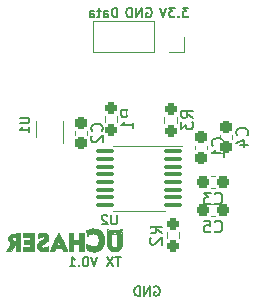
<source format=gbo>
G04 #@! TF.GenerationSoftware,KiCad,Pcbnew,(6.0.2)*
G04 #@! TF.CreationDate,2022-05-11T22:03:01-05:00*
G04 #@! TF.ProjectId,Transmit US,5472616e-736d-4697-9420-55532e6b6963,rev?*
G04 #@! TF.SameCoordinates,Original*
G04 #@! TF.FileFunction,Legend,Bot*
G04 #@! TF.FilePolarity,Positive*
%FSLAX46Y46*%
G04 Gerber Fmt 4.6, Leading zero omitted, Abs format (unit mm)*
G04 Created by KiCad (PCBNEW (6.0.2)) date 2022-05-11 22:03:01*
%MOMM*%
%LPD*%
G01*
G04 APERTURE LIST*
G04 Aperture macros list*
%AMRoundRect*
0 Rectangle with rounded corners*
0 $1 Rounding radius*
0 $2 $3 $4 $5 $6 $7 $8 $9 X,Y pos of 4 corners*
0 Add a 4 corners polygon primitive as box body*
4,1,4,$2,$3,$4,$5,$6,$7,$8,$9,$2,$3,0*
0 Add four circle primitives for the rounded corners*
1,1,$1+$1,$2,$3*
1,1,$1+$1,$4,$5*
1,1,$1+$1,$6,$7*
1,1,$1+$1,$8,$9*
0 Add four rect primitives between the rounded corners*
20,1,$1+$1,$2,$3,$4,$5,0*
20,1,$1+$1,$4,$5,$6,$7,0*
20,1,$1+$1,$6,$7,$8,$9,0*
20,1,$1+$1,$8,$9,$2,$3,0*%
G04 Aperture macros list end*
%ADD10C,0.150000*%
%ADD11C,0.120000*%
%ADD12C,0.010000*%
%ADD13C,2.000000*%
%ADD14C,2.800000*%
%ADD15C,3.200000*%
%ADD16RoundRect,0.237500X0.237500X-0.250000X0.237500X0.250000X-0.237500X0.250000X-0.237500X-0.250000X0*%
%ADD17RoundRect,0.237500X-0.300000X-0.237500X0.300000X-0.237500X0.300000X0.237500X-0.300000X0.237500X0*%
%ADD18RoundRect,0.237500X0.237500X-0.300000X0.237500X0.300000X-0.237500X0.300000X-0.237500X-0.300000X0*%
%ADD19RoundRect,0.100000X0.637500X0.100000X-0.637500X0.100000X-0.637500X-0.100000X0.637500X-0.100000X0*%
%ADD20RoundRect,0.237500X-0.237500X0.250000X-0.237500X-0.250000X0.237500X-0.250000X0.237500X0.250000X0*%
%ADD21R,1.700000X1.700000*%
%ADD22O,1.700000X1.700000*%
%ADD23R,0.400000X1.500000*%
G04 APERTURE END LIST*
D10*
X110161904Y-68861904D02*
X110161904Y-68061904D01*
X109971428Y-68061904D01*
X109857142Y-68100000D01*
X109780952Y-68176190D01*
X109742857Y-68252380D01*
X109704761Y-68404761D01*
X109704761Y-68519047D01*
X109742857Y-68671428D01*
X109780952Y-68747619D01*
X109857142Y-68823809D01*
X109971428Y-68861904D01*
X110161904Y-68861904D01*
X109019047Y-68861904D02*
X109019047Y-68442857D01*
X109057142Y-68366666D01*
X109133333Y-68328571D01*
X109285714Y-68328571D01*
X109361904Y-68366666D01*
X109019047Y-68823809D02*
X109095238Y-68861904D01*
X109285714Y-68861904D01*
X109361904Y-68823809D01*
X109400000Y-68747619D01*
X109400000Y-68671428D01*
X109361904Y-68595238D01*
X109285714Y-68557142D01*
X109095238Y-68557142D01*
X109019047Y-68519047D01*
X108752380Y-68328571D02*
X108447619Y-68328571D01*
X108638095Y-68061904D02*
X108638095Y-68747619D01*
X108600000Y-68823809D01*
X108523809Y-68861904D01*
X108447619Y-68861904D01*
X107838095Y-68861904D02*
X107838095Y-68442857D01*
X107876190Y-68366666D01*
X107952380Y-68328571D01*
X108104761Y-68328571D01*
X108180952Y-68366666D01*
X107838095Y-68823809D02*
X107914285Y-68861904D01*
X108104761Y-68861904D01*
X108180952Y-68823809D01*
X108219047Y-68747619D01*
X108219047Y-68671428D01*
X108180952Y-68595238D01*
X108104761Y-68557142D01*
X107914285Y-68557142D01*
X107838095Y-68519047D01*
X110459523Y-89161904D02*
X110002380Y-89161904D01*
X110230952Y-89961904D02*
X110230952Y-89161904D01*
X109811904Y-89161904D02*
X109278571Y-89961904D01*
X109278571Y-89161904D02*
X109811904Y-89961904D01*
X108478571Y-89161904D02*
X108211904Y-89961904D01*
X107945238Y-89161904D01*
X107526190Y-89161904D02*
X107450000Y-89161904D01*
X107373809Y-89200000D01*
X107335714Y-89238095D01*
X107297619Y-89314285D01*
X107259523Y-89466666D01*
X107259523Y-89657142D01*
X107297619Y-89809523D01*
X107335714Y-89885714D01*
X107373809Y-89923809D01*
X107450000Y-89961904D01*
X107526190Y-89961904D01*
X107602380Y-89923809D01*
X107640476Y-89885714D01*
X107678571Y-89809523D01*
X107716666Y-89657142D01*
X107716666Y-89466666D01*
X107678571Y-89314285D01*
X107640476Y-89238095D01*
X107602380Y-89200000D01*
X107526190Y-89161904D01*
X106916666Y-89885714D02*
X106878571Y-89923809D01*
X106916666Y-89961904D01*
X106954761Y-89923809D01*
X106916666Y-89885714D01*
X106916666Y-89961904D01*
X106116666Y-89961904D02*
X106573809Y-89961904D01*
X106345238Y-89961904D02*
X106345238Y-89161904D01*
X106421428Y-89276190D01*
X106497619Y-89352380D01*
X106573809Y-89390476D01*
X113284523Y-91695000D02*
X113360714Y-91656904D01*
X113475000Y-91656904D01*
X113589285Y-91695000D01*
X113665476Y-91771190D01*
X113703571Y-91847380D01*
X113741666Y-91999761D01*
X113741666Y-92114047D01*
X113703571Y-92266428D01*
X113665476Y-92342619D01*
X113589285Y-92418809D01*
X113475000Y-92456904D01*
X113398809Y-92456904D01*
X113284523Y-92418809D01*
X113246428Y-92380714D01*
X113246428Y-92114047D01*
X113398809Y-92114047D01*
X112903571Y-92456904D02*
X112903571Y-91656904D01*
X112446428Y-92456904D01*
X112446428Y-91656904D01*
X112065476Y-92456904D02*
X112065476Y-91656904D01*
X111875000Y-91656904D01*
X111760714Y-91695000D01*
X111684523Y-91771190D01*
X111646428Y-91847380D01*
X111608333Y-91999761D01*
X111608333Y-92114047D01*
X111646428Y-92266428D01*
X111684523Y-92342619D01*
X111760714Y-92418809D01*
X111875000Y-92456904D01*
X112065476Y-92456904D01*
X112609523Y-68100000D02*
X112685714Y-68061904D01*
X112800000Y-68061904D01*
X112914285Y-68100000D01*
X112990476Y-68176190D01*
X113028571Y-68252380D01*
X113066666Y-68404761D01*
X113066666Y-68519047D01*
X113028571Y-68671428D01*
X112990476Y-68747619D01*
X112914285Y-68823809D01*
X112800000Y-68861904D01*
X112723809Y-68861904D01*
X112609523Y-68823809D01*
X112571428Y-68785714D01*
X112571428Y-68519047D01*
X112723809Y-68519047D01*
X112228571Y-68861904D02*
X112228571Y-68061904D01*
X111771428Y-68861904D01*
X111771428Y-68061904D01*
X111390476Y-68861904D02*
X111390476Y-68061904D01*
X111200000Y-68061904D01*
X111085714Y-68100000D01*
X111009523Y-68176190D01*
X110971428Y-68252380D01*
X110933333Y-68404761D01*
X110933333Y-68519047D01*
X110971428Y-68671428D01*
X111009523Y-68747619D01*
X111085714Y-68823809D01*
X111200000Y-68861904D01*
X111390476Y-68861904D01*
X116180952Y-68061904D02*
X115685714Y-68061904D01*
X115952380Y-68366666D01*
X115838095Y-68366666D01*
X115761904Y-68404761D01*
X115723809Y-68442857D01*
X115685714Y-68519047D01*
X115685714Y-68709523D01*
X115723809Y-68785714D01*
X115761904Y-68823809D01*
X115838095Y-68861904D01*
X116066666Y-68861904D01*
X116142857Y-68823809D01*
X116180952Y-68785714D01*
X115342857Y-68785714D02*
X115304761Y-68823809D01*
X115342857Y-68861904D01*
X115380952Y-68823809D01*
X115342857Y-68785714D01*
X115342857Y-68861904D01*
X115038095Y-68061904D02*
X114542857Y-68061904D01*
X114809523Y-68366666D01*
X114695238Y-68366666D01*
X114619047Y-68404761D01*
X114580952Y-68442857D01*
X114542857Y-68519047D01*
X114542857Y-68709523D01*
X114580952Y-68785714D01*
X114619047Y-68823809D01*
X114695238Y-68861904D01*
X114923809Y-68861904D01*
X115000000Y-68823809D01*
X115038095Y-68785714D01*
X114314285Y-68061904D02*
X114047619Y-68861904D01*
X113780952Y-68061904D01*
G04 #@! TO.C,R1*
X111482380Y-77333333D02*
X111006190Y-77000000D01*
X111482380Y-76761904D02*
X110482380Y-76761904D01*
X110482380Y-77142857D01*
X110530000Y-77238095D01*
X110577619Y-77285714D01*
X110672857Y-77333333D01*
X110815714Y-77333333D01*
X110910952Y-77285714D01*
X110958571Y-77238095D01*
X111006190Y-77142857D01*
X111006190Y-76761904D01*
X111482380Y-78285714D02*
X111482380Y-77714285D01*
X111482380Y-78000000D02*
X110482380Y-78000000D01*
X110625238Y-77904761D01*
X110720476Y-77809523D01*
X110768095Y-77714285D01*
G04 #@! TO.C,R3*
X116557380Y-77383333D02*
X116081190Y-77050000D01*
X116557380Y-76811904D02*
X115557380Y-76811904D01*
X115557380Y-77192857D01*
X115605000Y-77288095D01*
X115652619Y-77335714D01*
X115747857Y-77383333D01*
X115890714Y-77383333D01*
X115985952Y-77335714D01*
X116033571Y-77288095D01*
X116081190Y-77192857D01*
X116081190Y-76811904D01*
X115557380Y-77716666D02*
X115557380Y-78335714D01*
X115938333Y-78002380D01*
X115938333Y-78145238D01*
X115985952Y-78240476D01*
X116033571Y-78288095D01*
X116128809Y-78335714D01*
X116366904Y-78335714D01*
X116462142Y-78288095D01*
X116509761Y-78240476D01*
X116557380Y-78145238D01*
X116557380Y-77859523D01*
X116509761Y-77764285D01*
X116462142Y-77716666D01*
G04 #@! TO.C,C3*
X118416666Y-84612142D02*
X118464285Y-84659761D01*
X118607142Y-84707380D01*
X118702380Y-84707380D01*
X118845238Y-84659761D01*
X118940476Y-84564523D01*
X118988095Y-84469285D01*
X119035714Y-84278809D01*
X119035714Y-84135952D01*
X118988095Y-83945476D01*
X118940476Y-83850238D01*
X118845238Y-83755000D01*
X118702380Y-83707380D01*
X118607142Y-83707380D01*
X118464285Y-83755000D01*
X118416666Y-83802619D01*
X118083333Y-83707380D02*
X117464285Y-83707380D01*
X117797619Y-84088333D01*
X117654761Y-84088333D01*
X117559523Y-84135952D01*
X117511904Y-84183571D01*
X117464285Y-84278809D01*
X117464285Y-84516904D01*
X117511904Y-84612142D01*
X117559523Y-84659761D01*
X117654761Y-84707380D01*
X117940476Y-84707380D01*
X118035714Y-84659761D01*
X118083333Y-84612142D01*
G04 #@! TO.C,C4*
X121137142Y-78858333D02*
X121184761Y-78810714D01*
X121232380Y-78667857D01*
X121232380Y-78572619D01*
X121184761Y-78429761D01*
X121089523Y-78334523D01*
X120994285Y-78286904D01*
X120803809Y-78239285D01*
X120660952Y-78239285D01*
X120470476Y-78286904D01*
X120375238Y-78334523D01*
X120280000Y-78429761D01*
X120232380Y-78572619D01*
X120232380Y-78667857D01*
X120280000Y-78810714D01*
X120327619Y-78858333D01*
X120565714Y-79715476D02*
X121232380Y-79715476D01*
X120184761Y-79477380D02*
X120899047Y-79239285D01*
X120899047Y-79858333D01*
G04 #@! TO.C,C5*
X118416666Y-86987142D02*
X118464285Y-87034761D01*
X118607142Y-87082380D01*
X118702380Y-87082380D01*
X118845238Y-87034761D01*
X118940476Y-86939523D01*
X118988095Y-86844285D01*
X119035714Y-86653809D01*
X119035714Y-86510952D01*
X118988095Y-86320476D01*
X118940476Y-86225238D01*
X118845238Y-86130000D01*
X118702380Y-86082380D01*
X118607142Y-86082380D01*
X118464285Y-86130000D01*
X118416666Y-86177619D01*
X117511904Y-86082380D02*
X117988095Y-86082380D01*
X118035714Y-86558571D01*
X117988095Y-86510952D01*
X117892857Y-86463333D01*
X117654761Y-86463333D01*
X117559523Y-86510952D01*
X117511904Y-86558571D01*
X117464285Y-86653809D01*
X117464285Y-86891904D01*
X117511904Y-86987142D01*
X117559523Y-87034761D01*
X117654761Y-87082380D01*
X117892857Y-87082380D01*
X117988095Y-87034761D01*
X118035714Y-86987142D01*
G04 #@! TO.C,C1*
X119062142Y-79733333D02*
X119109761Y-79685714D01*
X119157380Y-79542857D01*
X119157380Y-79447619D01*
X119109761Y-79304761D01*
X119014523Y-79209523D01*
X118919285Y-79161904D01*
X118728809Y-79114285D01*
X118585952Y-79114285D01*
X118395476Y-79161904D01*
X118300238Y-79209523D01*
X118205000Y-79304761D01*
X118157380Y-79447619D01*
X118157380Y-79542857D01*
X118205000Y-79685714D01*
X118252619Y-79733333D01*
X119157380Y-80685714D02*
X119157380Y-80114285D01*
X119157380Y-80400000D02*
X118157380Y-80400000D01*
X118300238Y-80304761D01*
X118395476Y-80209523D01*
X118443095Y-80114285D01*
G04 #@! TO.C,C2*
X108857142Y-78503333D02*
X108904761Y-78455714D01*
X108952380Y-78312857D01*
X108952380Y-78217619D01*
X108904761Y-78074761D01*
X108809523Y-77979523D01*
X108714285Y-77931904D01*
X108523809Y-77884285D01*
X108380952Y-77884285D01*
X108190476Y-77931904D01*
X108095238Y-77979523D01*
X108000000Y-78074761D01*
X107952380Y-78217619D01*
X107952380Y-78312857D01*
X108000000Y-78455714D01*
X108047619Y-78503333D01*
X108047619Y-78884285D02*
X108000000Y-78931904D01*
X107952380Y-79027142D01*
X107952380Y-79265238D01*
X108000000Y-79360476D01*
X108047619Y-79408095D01*
X108142857Y-79455714D01*
X108238095Y-79455714D01*
X108380952Y-79408095D01*
X108952380Y-78836666D01*
X108952380Y-79455714D01*
G04 #@! TO.C,U2*
X110099523Y-85611904D02*
X110099523Y-86259523D01*
X110061428Y-86335714D01*
X110023333Y-86373809D01*
X109947142Y-86411904D01*
X109794761Y-86411904D01*
X109718571Y-86373809D01*
X109680476Y-86335714D01*
X109642380Y-86259523D01*
X109642380Y-85611904D01*
X109299523Y-85688095D02*
X109261428Y-85650000D01*
X109185238Y-85611904D01*
X108994761Y-85611904D01*
X108918571Y-85650000D01*
X108880476Y-85688095D01*
X108842380Y-85764285D01*
X108842380Y-85840476D01*
X108880476Y-85954761D01*
X109337619Y-86411904D01*
X108842380Y-86411904D01*
G04 #@! TO.C,R2*
X113922380Y-87158333D02*
X113446190Y-86825000D01*
X113922380Y-86586904D02*
X112922380Y-86586904D01*
X112922380Y-86967857D01*
X112970000Y-87063095D01*
X113017619Y-87110714D01*
X113112857Y-87158333D01*
X113255714Y-87158333D01*
X113350952Y-87110714D01*
X113398571Y-87063095D01*
X113446190Y-86967857D01*
X113446190Y-86586904D01*
X113017619Y-87539285D02*
X112970000Y-87586904D01*
X112922380Y-87682142D01*
X112922380Y-87920238D01*
X112970000Y-88015476D01*
X113017619Y-88063095D01*
X113112857Y-88110714D01*
X113208095Y-88110714D01*
X113350952Y-88063095D01*
X113922380Y-87491666D01*
X113922380Y-88110714D01*
G04 #@! TO.C,U1*
X101886904Y-77365476D02*
X102534523Y-77365476D01*
X102610714Y-77403571D01*
X102648809Y-77441666D01*
X102686904Y-77517857D01*
X102686904Y-77670238D01*
X102648809Y-77746428D01*
X102610714Y-77784523D01*
X102534523Y-77822619D01*
X101886904Y-77822619D01*
X102686904Y-78622619D02*
X102686904Y-78165476D01*
X102686904Y-78394047D02*
X101886904Y-78394047D01*
X102001190Y-78317857D01*
X102077380Y-78241666D01*
X102115476Y-78165476D01*
D11*
G04 #@! TO.C,R1*
X109077500Y-77754724D02*
X109077500Y-77245276D01*
X110122500Y-77754724D02*
X110122500Y-77245276D01*
G04 #@! TO.C,R3*
X115197500Y-77804724D02*
X115197500Y-77295276D01*
X114152500Y-77804724D02*
X114152500Y-77295276D01*
G04 #@! TO.C,C3*
X118103733Y-83335000D02*
X118396267Y-83335000D01*
X118103733Y-82315000D02*
X118396267Y-82315000D01*
G04 #@! TO.C,C4*
X119860000Y-79171267D02*
X119860000Y-78878733D01*
X118840000Y-79171267D02*
X118840000Y-78878733D01*
G04 #@! TO.C,C5*
X118103733Y-85710000D02*
X118396267Y-85710000D01*
X118103733Y-84690000D02*
X118396267Y-84690000D01*
G04 #@! TO.C,C1*
X117785000Y-80046267D02*
X117785000Y-79753733D01*
X116765000Y-80046267D02*
X116765000Y-79753733D01*
G04 #@! TO.C,C2*
X106560000Y-78816267D02*
X106560000Y-78523733D01*
X107580000Y-78816267D02*
X107580000Y-78523733D01*
G04 #@! TO.C,U2*
X112000000Y-85235000D02*
X114200000Y-85235000D01*
X112000000Y-85235000D02*
X109800000Y-85235000D01*
X112000000Y-79765000D02*
X109800000Y-79765000D01*
X112000000Y-79765000D02*
X115600000Y-79765000D01*
G04 #@! TO.C,R2*
X115422500Y-87070276D02*
X115422500Y-87579724D01*
X114377500Y-87070276D02*
X114377500Y-87579724D01*
G04 #@! TO.C,J1*
X114500000Y-71830000D02*
X115830000Y-71830000D01*
X113230000Y-69170000D02*
X108090000Y-69170000D01*
X115830000Y-71830000D02*
X115830000Y-70500000D01*
X113230000Y-71830000D02*
X108090000Y-71830000D01*
X108090000Y-71830000D02*
X108090000Y-69170000D01*
X113230000Y-71830000D02*
X113230000Y-69170000D01*
G04 #@! TO.C,U1*
X103270000Y-79020000D02*
X103270000Y-77620000D01*
X105590000Y-77620000D02*
X105590000Y-79520000D01*
D12*
G04 #@! TO.C,Ref\u002A\u002A*
X109281131Y-86763997D02*
X109277983Y-86778543D01*
X109277983Y-86778543D02*
X109277975Y-86780104D01*
X109277975Y-86780104D02*
X109296772Y-86804127D01*
X109296772Y-86804127D02*
X109346838Y-86835340D01*
X109346838Y-86835340D02*
X109418686Y-86869481D01*
X109418686Y-86869481D02*
X109502831Y-86902290D01*
X109502831Y-86902290D02*
X109589785Y-86929506D01*
X109589785Y-86929506D02*
X109635035Y-86940476D01*
X109635035Y-86940476D02*
X109818627Y-86964637D01*
X109818627Y-86964637D02*
X110012774Y-86964715D01*
X110012774Y-86964715D02*
X110195044Y-86940735D01*
X110195044Y-86940735D02*
X110199129Y-86939855D01*
X110199129Y-86939855D02*
X110347849Y-86899048D01*
X110347849Y-86899048D02*
X110464686Y-86849067D01*
X110464686Y-86849067D02*
X110516192Y-86816201D01*
X110516192Y-86816201D02*
X110545052Y-86785044D01*
X110545052Y-86785044D02*
X110540147Y-86768937D01*
X110540147Y-86768937D02*
X110508979Y-86773491D01*
X110508979Y-86773491D02*
X110479888Y-86789062D01*
X110479888Y-86789062D02*
X110385979Y-86836140D01*
X110385979Y-86836140D02*
X110263258Y-86876592D01*
X110263258Y-86876592D02*
X110125144Y-86906727D01*
X110125144Y-86906727D02*
X109995861Y-86922177D01*
X109995861Y-86922177D02*
X109814565Y-86921015D01*
X109814565Y-86921015D02*
X109635987Y-86895202D01*
X109635987Y-86895202D02*
X109473952Y-86847293D01*
X109473952Y-86847293D02*
X109394024Y-86810934D01*
X109394024Y-86810934D02*
X109330637Y-86777930D01*
X109330637Y-86777930D02*
X109295844Y-86763038D01*
X109295844Y-86763038D02*
X109281131Y-86763997D01*
X109281131Y-86763997D02*
X109281131Y-86763997D01*
G36*
X109330637Y-86777930D02*
G01*
X109394024Y-86810934D01*
X109473952Y-86847293D01*
X109635987Y-86895202D01*
X109814565Y-86921015D01*
X109995861Y-86922177D01*
X110125144Y-86906727D01*
X110263258Y-86876592D01*
X110385979Y-86836140D01*
X110479888Y-86789062D01*
X110508979Y-86773491D01*
X110540147Y-86768937D01*
X110545052Y-86785044D01*
X110516192Y-86816201D01*
X110464686Y-86849067D01*
X110347849Y-86899048D01*
X110199129Y-86939855D01*
X110195044Y-86940735D01*
X110012774Y-86964715D01*
X109818627Y-86964637D01*
X109635035Y-86940476D01*
X109589785Y-86929506D01*
X109502831Y-86902290D01*
X109418686Y-86869481D01*
X109346838Y-86835340D01*
X109296772Y-86804127D01*
X109277975Y-86780104D01*
X109277983Y-86778543D01*
X109281131Y-86763997D01*
X109295844Y-86763038D01*
X109330637Y-86777930D01*
G37*
X109330637Y-86777930D02*
X109394024Y-86810934D01*
X109473952Y-86847293D01*
X109635987Y-86895202D01*
X109814565Y-86921015D01*
X109995861Y-86922177D01*
X110125144Y-86906727D01*
X110263258Y-86876592D01*
X110385979Y-86836140D01*
X110479888Y-86789062D01*
X110508979Y-86773491D01*
X110540147Y-86768937D01*
X110545052Y-86785044D01*
X110516192Y-86816201D01*
X110464686Y-86849067D01*
X110347849Y-86899048D01*
X110199129Y-86939855D01*
X110195044Y-86940735D01*
X110012774Y-86964715D01*
X109818627Y-86964637D01*
X109635035Y-86940476D01*
X109589785Y-86929506D01*
X109502831Y-86902290D01*
X109418686Y-86869481D01*
X109346838Y-86835340D01*
X109296772Y-86804127D01*
X109277975Y-86780104D01*
X109277983Y-86778543D01*
X109281131Y-86763997D01*
X109295844Y-86763038D01*
X109330637Y-86777930D01*
X105163687Y-87137414D02*
X105135264Y-87188979D01*
X105135264Y-87188979D02*
X105093484Y-87268878D01*
X105093484Y-87268878D02*
X105040766Y-87372168D01*
X105040766Y-87372168D02*
X104979532Y-87493905D01*
X104979532Y-87493905D02*
X104912202Y-87629146D01*
X104912202Y-87629146D02*
X104841197Y-87772948D01*
X104841197Y-87772948D02*
X104768939Y-87920366D01*
X104768939Y-87920366D02*
X104697848Y-88066458D01*
X104697848Y-88066458D02*
X104630346Y-88206281D01*
X104630346Y-88206281D02*
X104568852Y-88334889D01*
X104568852Y-88334889D02*
X104515788Y-88447341D01*
X104515788Y-88447341D02*
X104473575Y-88538693D01*
X104473575Y-88538693D02*
X104444634Y-88604000D01*
X104444634Y-88604000D02*
X104431385Y-88638320D01*
X104431385Y-88638320D02*
X104430809Y-88641476D01*
X104430809Y-88641476D02*
X104451377Y-88653536D01*
X104451377Y-88653536D02*
X104511064Y-88661255D01*
X104511064Y-88661255D02*
X104606841Y-88664266D01*
X104606841Y-88664266D02*
X104618850Y-88664294D01*
X104618850Y-88664294D02*
X104806892Y-88664294D01*
X104806892Y-88664294D02*
X104854142Y-88547878D01*
X104854142Y-88547878D02*
X104901392Y-88431461D01*
X104901392Y-88431461D02*
X105470318Y-88431461D01*
X105470318Y-88431461D02*
X105523615Y-88547878D01*
X105523615Y-88547878D02*
X105576912Y-88664294D01*
X105576912Y-88664294D02*
X105755277Y-88664294D01*
X105755277Y-88664294D02*
X105836192Y-88662150D01*
X105836192Y-88662150D02*
X105897945Y-88656433D01*
X105897945Y-88656433D02*
X105930777Y-88648213D01*
X105930777Y-88648213D02*
X105933642Y-88644720D01*
X105933642Y-88644720D02*
X105924590Y-88619428D01*
X105924590Y-88619428D02*
X105899059Y-88561928D01*
X105899059Y-88561928D02*
X105859492Y-88477138D01*
X105859492Y-88477138D02*
X105808328Y-88369974D01*
X105808328Y-88369974D02*
X105748010Y-88245354D01*
X105748010Y-88245354D02*
X105701899Y-88151003D01*
X105701899Y-88151003D02*
X105356301Y-88151003D01*
X105356301Y-88151003D02*
X105350496Y-88164788D01*
X105350496Y-88164788D02*
X105316295Y-88173146D01*
X105316295Y-88173146D02*
X105248267Y-88176969D01*
X105248267Y-88176969D02*
X105195073Y-88177461D01*
X105195073Y-88177461D02*
X105115857Y-88175747D01*
X105115857Y-88175747D02*
X105055997Y-88171188D01*
X105055997Y-88171188D02*
X105025442Y-88164659D01*
X105025442Y-88164659D02*
X105023475Y-88162383D01*
X105023475Y-88162383D02*
X105031233Y-88134095D01*
X105031233Y-88134095D02*
X105051566Y-88079902D01*
X105051566Y-88079902D02*
X105080062Y-88010025D01*
X105080062Y-88010025D02*
X105112310Y-87934686D01*
X105112310Y-87934686D02*
X105143898Y-87864106D01*
X105143898Y-87864106D02*
X105170414Y-87808508D01*
X105170414Y-87808508D02*
X105187447Y-87778111D01*
X105187447Y-87778111D02*
X105190541Y-87775294D01*
X105190541Y-87775294D02*
X105203731Y-87794092D01*
X105203731Y-87794092D02*
X105229337Y-87846529D01*
X105229337Y-87846529D02*
X105264741Y-87926672D01*
X105264741Y-87926672D02*
X105307325Y-88028586D01*
X105307325Y-88028586D02*
X105354471Y-88146336D01*
X105354471Y-88146336D02*
X105356301Y-88151003D01*
X105356301Y-88151003D02*
X105701899Y-88151003D01*
X105701899Y-88151003D02*
X105680977Y-88108195D01*
X105680977Y-88108195D02*
X105609670Y-87963414D01*
X105609670Y-87963414D02*
X105536531Y-87815928D01*
X105536531Y-87815928D02*
X105464000Y-87670655D01*
X105464000Y-87670655D02*
X105394519Y-87532511D01*
X105394519Y-87532511D02*
X105330527Y-87406413D01*
X105330527Y-87406413D02*
X105274467Y-87297279D01*
X105274467Y-87297279D02*
X105228778Y-87210026D01*
X105228778Y-87210026D02*
X105195903Y-87149570D01*
X105195903Y-87149570D02*
X105178280Y-87120830D01*
X105178280Y-87120830D02*
X105176330Y-87119128D01*
X105176330Y-87119128D02*
X105163687Y-87137414D01*
X105163687Y-87137414D02*
X105163687Y-87137414D01*
G36*
X105808328Y-88369974D02*
G01*
X105859492Y-88477138D01*
X105899059Y-88561928D01*
X105924590Y-88619428D01*
X105933642Y-88644720D01*
X105930777Y-88648213D01*
X105897945Y-88656433D01*
X105836192Y-88662150D01*
X105755277Y-88664294D01*
X105576912Y-88664294D01*
X105523615Y-88547878D01*
X105470318Y-88431461D01*
X104901392Y-88431461D01*
X104854142Y-88547878D01*
X104806892Y-88664294D01*
X104618850Y-88664294D01*
X104606841Y-88664266D01*
X104511064Y-88661255D01*
X104451377Y-88653536D01*
X104430809Y-88641476D01*
X104431385Y-88638320D01*
X104444634Y-88604000D01*
X104473575Y-88538693D01*
X104515788Y-88447341D01*
X104568852Y-88334889D01*
X104630346Y-88206281D01*
X104651539Y-88162383D01*
X105023475Y-88162383D01*
X105025442Y-88164659D01*
X105055997Y-88171188D01*
X105115857Y-88175747D01*
X105195073Y-88177461D01*
X105248267Y-88176969D01*
X105316295Y-88173146D01*
X105350496Y-88164788D01*
X105356301Y-88151003D01*
X105354471Y-88146336D01*
X105307325Y-88028586D01*
X105264741Y-87926672D01*
X105229337Y-87846529D01*
X105203731Y-87794092D01*
X105190541Y-87775294D01*
X105187447Y-87778111D01*
X105170414Y-87808508D01*
X105143898Y-87864106D01*
X105112310Y-87934686D01*
X105080062Y-88010025D01*
X105051566Y-88079902D01*
X105031233Y-88134095D01*
X105023475Y-88162383D01*
X104651539Y-88162383D01*
X104697848Y-88066458D01*
X104768939Y-87920366D01*
X104841197Y-87772948D01*
X104912202Y-87629146D01*
X104979532Y-87493905D01*
X105040766Y-87372168D01*
X105093484Y-87268878D01*
X105135264Y-87188979D01*
X105163687Y-87137414D01*
X105176330Y-87119128D01*
X105178280Y-87120830D01*
X105195903Y-87149570D01*
X105228778Y-87210026D01*
X105274467Y-87297279D01*
X105330527Y-87406413D01*
X105394519Y-87532511D01*
X105464000Y-87670655D01*
X105536531Y-87815928D01*
X105609670Y-87963414D01*
X105680977Y-88108195D01*
X105701899Y-88151003D01*
X105748010Y-88245354D01*
X105808328Y-88369974D01*
G37*
X105808328Y-88369974D02*
X105859492Y-88477138D01*
X105899059Y-88561928D01*
X105924590Y-88619428D01*
X105933642Y-88644720D01*
X105930777Y-88648213D01*
X105897945Y-88656433D01*
X105836192Y-88662150D01*
X105755277Y-88664294D01*
X105576912Y-88664294D01*
X105523615Y-88547878D01*
X105470318Y-88431461D01*
X104901392Y-88431461D01*
X104854142Y-88547878D01*
X104806892Y-88664294D01*
X104618850Y-88664294D01*
X104606841Y-88664266D01*
X104511064Y-88661255D01*
X104451377Y-88653536D01*
X104430809Y-88641476D01*
X104431385Y-88638320D01*
X104444634Y-88604000D01*
X104473575Y-88538693D01*
X104515788Y-88447341D01*
X104568852Y-88334889D01*
X104630346Y-88206281D01*
X104651539Y-88162383D01*
X105023475Y-88162383D01*
X105025442Y-88164659D01*
X105055997Y-88171188D01*
X105115857Y-88175747D01*
X105195073Y-88177461D01*
X105248267Y-88176969D01*
X105316295Y-88173146D01*
X105350496Y-88164788D01*
X105356301Y-88151003D01*
X105354471Y-88146336D01*
X105307325Y-88028586D01*
X105264741Y-87926672D01*
X105229337Y-87846529D01*
X105203731Y-87794092D01*
X105190541Y-87775294D01*
X105187447Y-87778111D01*
X105170414Y-87808508D01*
X105143898Y-87864106D01*
X105112310Y-87934686D01*
X105080062Y-88010025D01*
X105051566Y-88079902D01*
X105031233Y-88134095D01*
X105023475Y-88162383D01*
X104651539Y-88162383D01*
X104697848Y-88066458D01*
X104768939Y-87920366D01*
X104841197Y-87772948D01*
X104912202Y-87629146D01*
X104979532Y-87493905D01*
X105040766Y-87372168D01*
X105093484Y-87268878D01*
X105135264Y-87188979D01*
X105163687Y-87137414D01*
X105176330Y-87119128D01*
X105178280Y-87120830D01*
X105195903Y-87149570D01*
X105228778Y-87210026D01*
X105274467Y-87297279D01*
X105330527Y-87406413D01*
X105394519Y-87532511D01*
X105464000Y-87670655D01*
X105536531Y-87815928D01*
X105609670Y-87963414D01*
X105680977Y-88108195D01*
X105701899Y-88151003D01*
X105748010Y-88245354D01*
X105808328Y-88369974D01*
X110449542Y-87194106D02*
X110366332Y-87219325D01*
X110366332Y-87219325D02*
X110281434Y-87244119D01*
X110281434Y-87244119D02*
X110256934Y-87251035D01*
X110256934Y-87251035D02*
X110166975Y-87276074D01*
X110166975Y-87276074D02*
X110166943Y-87710893D01*
X110166943Y-87710893D02*
X110166051Y-87879237D01*
X110166051Y-87879237D02*
X110162496Y-88010769D01*
X110162496Y-88010769D02*
X110154913Y-88110990D01*
X110154913Y-88110990D02*
X110141937Y-88185399D01*
X110141937Y-88185399D02*
X110122204Y-88239497D01*
X110122204Y-88239497D02*
X110094349Y-88278786D01*
X110094349Y-88278786D02*
X110057008Y-88308766D01*
X110057008Y-88308766D02*
X110012597Y-88333102D01*
X110012597Y-88333102D02*
X109914943Y-88359920D01*
X109914943Y-88359920D02*
X109820476Y-88348648D01*
X109820476Y-88348648D02*
X109737155Y-88303263D01*
X109737155Y-88303263D02*
X109672938Y-88227738D01*
X109672938Y-88227738D02*
X109640396Y-88147217D01*
X109640396Y-88147217D02*
X109632485Y-88094346D01*
X109632485Y-88094346D02*
X109625733Y-88007835D01*
X109625733Y-88007835D02*
X109620570Y-87896369D01*
X109620570Y-87896369D02*
X109617423Y-87768636D01*
X109617423Y-87768636D02*
X109616642Y-87665261D01*
X109616642Y-87665261D02*
X109616642Y-87277640D01*
X109616642Y-87277640D02*
X109457892Y-87220545D01*
X109457892Y-87220545D02*
X109299142Y-87163449D01*
X109299142Y-87163449D02*
X109299142Y-87678607D01*
X109299142Y-87678607D02*
X109299952Y-87866828D01*
X109299952Y-87866828D02*
X109303076Y-88018441D01*
X109303076Y-88018441D02*
X109309559Y-88139153D01*
X109309559Y-88139153D02*
X109320444Y-88234671D01*
X109320444Y-88234671D02*
X109336776Y-88310702D01*
X109336776Y-88310702D02*
X109359599Y-88372952D01*
X109359599Y-88372952D02*
X109389956Y-88427127D01*
X109389956Y-88427127D02*
X109428892Y-88478936D01*
X109428892Y-88478936D02*
X109450070Y-88503657D01*
X109450070Y-88503657D02*
X109559575Y-88596755D01*
X109559575Y-88596755D02*
X109695040Y-88659613D01*
X109695040Y-88659613D02*
X109851282Y-88690670D01*
X109851282Y-88690670D02*
X110023119Y-88688362D01*
X110023119Y-88688362D02*
X110051005Y-88684891D01*
X110051005Y-88684891D02*
X110200479Y-88644383D01*
X110200479Y-88644383D02*
X110327086Y-88569103D01*
X110327086Y-88569103D02*
X110427538Y-88461687D01*
X110427538Y-88461687D02*
X110497795Y-88326813D01*
X110497795Y-88326813D02*
X110509518Y-88287717D01*
X110509518Y-88287717D02*
X110518883Y-88237244D01*
X110518883Y-88237244D02*
X110526283Y-88169899D01*
X110526283Y-88169899D02*
X110532109Y-88080187D01*
X110532109Y-88080187D02*
X110536755Y-87962613D01*
X110536755Y-87962613D02*
X110540612Y-87811682D01*
X110540612Y-87811682D02*
X110542826Y-87696297D01*
X110542826Y-87696297D02*
X110552191Y-87162217D01*
X110552191Y-87162217D02*
X110449542Y-87194106D01*
X110449542Y-87194106D02*
X110449542Y-87194106D01*
G36*
X110542826Y-87696297D02*
G01*
X110540612Y-87811682D01*
X110536755Y-87962613D01*
X110532109Y-88080187D01*
X110526283Y-88169899D01*
X110518883Y-88237244D01*
X110509518Y-88287717D01*
X110497795Y-88326813D01*
X110427538Y-88461687D01*
X110327086Y-88569103D01*
X110200479Y-88644383D01*
X110051005Y-88684891D01*
X110023119Y-88688362D01*
X109851282Y-88690670D01*
X109695040Y-88659613D01*
X109559575Y-88596755D01*
X109450070Y-88503657D01*
X109428892Y-88478936D01*
X109389956Y-88427127D01*
X109359599Y-88372952D01*
X109336776Y-88310702D01*
X109320444Y-88234671D01*
X109309559Y-88139153D01*
X109303076Y-88018441D01*
X109299952Y-87866828D01*
X109299142Y-87678607D01*
X109299142Y-87163449D01*
X109457892Y-87220545D01*
X109616642Y-87277640D01*
X109616642Y-87665261D01*
X109617423Y-87768636D01*
X109620570Y-87896369D01*
X109625733Y-88007835D01*
X109632485Y-88094346D01*
X109640396Y-88147217D01*
X109672938Y-88227738D01*
X109737155Y-88303263D01*
X109820476Y-88348648D01*
X109914943Y-88359920D01*
X110012597Y-88333102D01*
X110057008Y-88308766D01*
X110094349Y-88278786D01*
X110122204Y-88239497D01*
X110141937Y-88185399D01*
X110154913Y-88110990D01*
X110162496Y-88010769D01*
X110166051Y-87879237D01*
X110166943Y-87710893D01*
X110166975Y-87276074D01*
X110256934Y-87251035D01*
X110281434Y-87244119D01*
X110366332Y-87219325D01*
X110449542Y-87194106D01*
X110552191Y-87162217D01*
X110542826Y-87696297D01*
G37*
X110542826Y-87696297D02*
X110540612Y-87811682D01*
X110536755Y-87962613D01*
X110532109Y-88080187D01*
X110526283Y-88169899D01*
X110518883Y-88237244D01*
X110509518Y-88287717D01*
X110497795Y-88326813D01*
X110427538Y-88461687D01*
X110327086Y-88569103D01*
X110200479Y-88644383D01*
X110051005Y-88684891D01*
X110023119Y-88688362D01*
X109851282Y-88690670D01*
X109695040Y-88659613D01*
X109559575Y-88596755D01*
X109450070Y-88503657D01*
X109428892Y-88478936D01*
X109389956Y-88427127D01*
X109359599Y-88372952D01*
X109336776Y-88310702D01*
X109320444Y-88234671D01*
X109309559Y-88139153D01*
X109303076Y-88018441D01*
X109299952Y-87866828D01*
X109299142Y-87678607D01*
X109299142Y-87163449D01*
X109457892Y-87220545D01*
X109616642Y-87277640D01*
X109616642Y-87665261D01*
X109617423Y-87768636D01*
X109620570Y-87896369D01*
X109625733Y-88007835D01*
X109632485Y-88094346D01*
X109640396Y-88147217D01*
X109672938Y-88227738D01*
X109737155Y-88303263D01*
X109820476Y-88348648D01*
X109914943Y-88359920D01*
X110012597Y-88333102D01*
X110057008Y-88308766D01*
X110094349Y-88278786D01*
X110122204Y-88239497D01*
X110141937Y-88185399D01*
X110154913Y-88110990D01*
X110162496Y-88010769D01*
X110166051Y-87879237D01*
X110166943Y-87710893D01*
X110166975Y-87276074D01*
X110256934Y-87251035D01*
X110281434Y-87244119D01*
X110366332Y-87219325D01*
X110449542Y-87194106D01*
X110552191Y-87162217D01*
X110542826Y-87696297D01*
X101619298Y-87175085D02*
X101476540Y-87177740D01*
X101476540Y-87177740D02*
X101368741Y-87183105D01*
X101368741Y-87183105D02*
X101288576Y-87191853D01*
X101288576Y-87191853D02*
X101228719Y-87204656D01*
X101228719Y-87204656D02*
X101202603Y-87213363D01*
X101202603Y-87213363D02*
X101106670Y-87268568D01*
X101106670Y-87268568D02*
X101019784Y-87351475D01*
X101019784Y-87351475D02*
X100955473Y-87447955D01*
X100955473Y-87447955D02*
X100938349Y-87489423D01*
X100938349Y-87489423D02*
X100920903Y-87604317D01*
X100920903Y-87604317D02*
X100937528Y-87723719D01*
X100937528Y-87723719D02*
X100984059Y-87835759D01*
X100984059Y-87835759D02*
X101056329Y-87928571D01*
X101056329Y-87928571D02*
X101106152Y-87967510D01*
X101106152Y-87967510D02*
X101184658Y-88017117D01*
X101184658Y-88017117D02*
X100966233Y-88327118D01*
X100966233Y-88327118D02*
X100896076Y-88427453D01*
X100896076Y-88427453D02*
X100835270Y-88515873D01*
X100835270Y-88515873D02*
X100787713Y-88586592D01*
X100787713Y-88586592D02*
X100757301Y-88633823D01*
X100757301Y-88633823D02*
X100747809Y-88651473D01*
X100747809Y-88651473D02*
X100767444Y-88656989D01*
X100767444Y-88656989D02*
X100820308Y-88660247D01*
X100820308Y-88660247D02*
X100897340Y-88660880D01*
X100897340Y-88660880D02*
X100954184Y-88659769D01*
X100954184Y-88659769D02*
X101160559Y-88653711D01*
X101160559Y-88653711D02*
X101352847Y-88369129D01*
X101352847Y-88369129D02*
X101419207Y-88272585D01*
X101419207Y-88272585D02*
X101478778Y-88189033D01*
X101478778Y-88189033D02*
X101527024Y-88124591D01*
X101527024Y-88124591D02*
X101559412Y-88085380D01*
X101559412Y-88085380D02*
X101569805Y-88076323D01*
X101569805Y-88076323D02*
X101580289Y-88085704D01*
X101580289Y-88085704D02*
X101587648Y-88124447D01*
X101587648Y-88124447D02*
X101592202Y-88196305D01*
X101592202Y-88196305D02*
X101594271Y-88305028D01*
X101594271Y-88305028D02*
X101594475Y-88366197D01*
X101594475Y-88366197D02*
X101594475Y-88664294D01*
X101594475Y-88664294D02*
X101764473Y-88664294D01*
X101764473Y-88664294D02*
X101862999Y-88661361D01*
X101862999Y-88661361D02*
X101922278Y-88652296D01*
X101922278Y-88652296D02*
X101944678Y-88637696D01*
X101944678Y-88637696D02*
X101946936Y-88610876D01*
X101946936Y-88610876D02*
X101948697Y-88546827D01*
X101948697Y-88546827D02*
X101949929Y-88450653D01*
X101949929Y-88450653D02*
X101950601Y-88327454D01*
X101950601Y-88327454D02*
X101950681Y-88182335D01*
X101950681Y-88182335D02*
X101950137Y-88020397D01*
X101950137Y-88020397D02*
X101949305Y-87891571D01*
X101949305Y-87891571D02*
X101945942Y-87457794D01*
X101945942Y-87457794D02*
X101594475Y-87457794D01*
X101594475Y-87457794D02*
X101594475Y-87838794D01*
X101594475Y-87838794D02*
X101504517Y-87838715D01*
X101504517Y-87838715D02*
X101421477Y-87827091D01*
X101421477Y-87827091D02*
X101347722Y-87797880D01*
X101347722Y-87797880D02*
X101346916Y-87797391D01*
X101346916Y-87797391D02*
X101291134Y-87742310D01*
X101291134Y-87742310D02*
X101262108Y-87669575D01*
X101262108Y-87669575D02*
X101264486Y-87594275D01*
X101264486Y-87594275D02*
X101275665Y-87566075D01*
X101275665Y-87566075D02*
X101326376Y-87511799D01*
X101326376Y-87511799D02*
X101405266Y-87473752D01*
X101405266Y-87473752D02*
X101499440Y-87457924D01*
X101499440Y-87457924D02*
X101508758Y-87457794D01*
X101508758Y-87457794D02*
X101594475Y-87457794D01*
X101594475Y-87457794D02*
X101945942Y-87457794D01*
X101945942Y-87457794D02*
X101943725Y-87172044D01*
X101943725Y-87172044D02*
X101619298Y-87175085D01*
X101619298Y-87175085D02*
X101619298Y-87175085D01*
G36*
X101950137Y-88020397D02*
G01*
X101950681Y-88182335D01*
X101950601Y-88327454D01*
X101949929Y-88450653D01*
X101948697Y-88546827D01*
X101946936Y-88610876D01*
X101944678Y-88637696D01*
X101922278Y-88652296D01*
X101862999Y-88661361D01*
X101764473Y-88664294D01*
X101594475Y-88664294D01*
X101594475Y-88366197D01*
X101594271Y-88305028D01*
X101592202Y-88196305D01*
X101587648Y-88124447D01*
X101580289Y-88085704D01*
X101569805Y-88076323D01*
X101559412Y-88085380D01*
X101527024Y-88124591D01*
X101478778Y-88189033D01*
X101419207Y-88272585D01*
X101352847Y-88369129D01*
X101160559Y-88653711D01*
X100954184Y-88659769D01*
X100897340Y-88660880D01*
X100820308Y-88660247D01*
X100767444Y-88656989D01*
X100747809Y-88651473D01*
X100757301Y-88633823D01*
X100787713Y-88586592D01*
X100835270Y-88515873D01*
X100896076Y-88427453D01*
X100966233Y-88327118D01*
X101184658Y-88017117D01*
X101106152Y-87967510D01*
X101056329Y-87928571D01*
X100984059Y-87835759D01*
X100937528Y-87723719D01*
X100929989Y-87669575D01*
X101262108Y-87669575D01*
X101291134Y-87742310D01*
X101346916Y-87797391D01*
X101347722Y-87797880D01*
X101421477Y-87827091D01*
X101504517Y-87838715D01*
X101594475Y-87838794D01*
X101594475Y-87457794D01*
X101508758Y-87457794D01*
X101499440Y-87457924D01*
X101405266Y-87473752D01*
X101326376Y-87511799D01*
X101275665Y-87566075D01*
X101264486Y-87594275D01*
X101262108Y-87669575D01*
X100929989Y-87669575D01*
X100920903Y-87604317D01*
X100938349Y-87489423D01*
X100955473Y-87447955D01*
X101019784Y-87351475D01*
X101106670Y-87268568D01*
X101202603Y-87213363D01*
X101228719Y-87204656D01*
X101288576Y-87191853D01*
X101368741Y-87183105D01*
X101476540Y-87177740D01*
X101619298Y-87175085D01*
X101943725Y-87172044D01*
X101945942Y-87457794D01*
X101949305Y-87891571D01*
X101950137Y-88020397D01*
G37*
X101950137Y-88020397D02*
X101950681Y-88182335D01*
X101950601Y-88327454D01*
X101949929Y-88450653D01*
X101948697Y-88546827D01*
X101946936Y-88610876D01*
X101944678Y-88637696D01*
X101922278Y-88652296D01*
X101862999Y-88661361D01*
X101764473Y-88664294D01*
X101594475Y-88664294D01*
X101594475Y-88366197D01*
X101594271Y-88305028D01*
X101592202Y-88196305D01*
X101587648Y-88124447D01*
X101580289Y-88085704D01*
X101569805Y-88076323D01*
X101559412Y-88085380D01*
X101527024Y-88124591D01*
X101478778Y-88189033D01*
X101419207Y-88272585D01*
X101352847Y-88369129D01*
X101160559Y-88653711D01*
X100954184Y-88659769D01*
X100897340Y-88660880D01*
X100820308Y-88660247D01*
X100767444Y-88656989D01*
X100747809Y-88651473D01*
X100757301Y-88633823D01*
X100787713Y-88586592D01*
X100835270Y-88515873D01*
X100896076Y-88427453D01*
X100966233Y-88327118D01*
X101184658Y-88017117D01*
X101106152Y-87967510D01*
X101056329Y-87928571D01*
X100984059Y-87835759D01*
X100937528Y-87723719D01*
X100929989Y-87669575D01*
X101262108Y-87669575D01*
X101291134Y-87742310D01*
X101346916Y-87797391D01*
X101347722Y-87797880D01*
X101421477Y-87827091D01*
X101504517Y-87838715D01*
X101594475Y-87838794D01*
X101594475Y-87457794D01*
X101508758Y-87457794D01*
X101499440Y-87457924D01*
X101405266Y-87473752D01*
X101326376Y-87511799D01*
X101275665Y-87566075D01*
X101264486Y-87594275D01*
X101262108Y-87669575D01*
X100929989Y-87669575D01*
X100920903Y-87604317D01*
X100938349Y-87489423D01*
X100955473Y-87447955D01*
X101019784Y-87351475D01*
X101106670Y-87268568D01*
X101202603Y-87213363D01*
X101228719Y-87204656D01*
X101288576Y-87191853D01*
X101368741Y-87183105D01*
X101476540Y-87177740D01*
X101619298Y-87175085D01*
X101943725Y-87172044D01*
X101945942Y-87457794D01*
X101949305Y-87891571D01*
X101950137Y-88020397D01*
X103801514Y-87126002D02*
X103683465Y-87138020D01*
X103683465Y-87138020D02*
X103574314Y-87160688D01*
X103574314Y-87160688D02*
X103562717Y-87164039D01*
X103562717Y-87164039D02*
X103478309Y-87189328D01*
X103478309Y-87189328D02*
X103478309Y-87560561D01*
X103478309Y-87560561D02*
X103600017Y-87497974D01*
X103600017Y-87497974D02*
X103678416Y-87462121D01*
X103678416Y-87462121D02*
X103755237Y-87434162D01*
X103755237Y-87434162D02*
X103800691Y-87422721D01*
X103800691Y-87422721D02*
X103879562Y-87423543D01*
X103879562Y-87423543D02*
X103939794Y-87448697D01*
X103939794Y-87448697D02*
X103976512Y-87490555D01*
X103976512Y-87490555D02*
X103984841Y-87541492D01*
X103984841Y-87541492D02*
X103959906Y-87593879D01*
X103959906Y-87593879D02*
X103928100Y-87622048D01*
X103928100Y-87622048D02*
X103880713Y-87652130D01*
X103880713Y-87652130D02*
X103810553Y-87693681D01*
X103810553Y-87693681D02*
X103732135Y-87738122D01*
X103732135Y-87738122D02*
X103725796Y-87741625D01*
X103725796Y-87741625D02*
X103643220Y-87790525D01*
X103643220Y-87790525D02*
X103564397Y-87842840D01*
X103564397Y-87842840D02*
X103506188Y-87887367D01*
X103506188Y-87887367D02*
X103505515Y-87887956D01*
X103505515Y-87887956D02*
X103418680Y-87989468D01*
X103418680Y-87989468D02*
X103367544Y-88104671D01*
X103367544Y-88104671D02*
X103351068Y-88226226D01*
X103351068Y-88226226D02*
X103368213Y-88346790D01*
X103368213Y-88346790D02*
X103417940Y-88459024D01*
X103417940Y-88459024D02*
X103499208Y-88555587D01*
X103499208Y-88555587D02*
X103610425Y-88628877D01*
X103610425Y-88628877D02*
X103740641Y-88675525D01*
X103740641Y-88675525D02*
X103878399Y-88693120D01*
X103878399Y-88693120D02*
X104036624Y-88683293D01*
X104036624Y-88683293D02*
X104039225Y-88682944D01*
X104039225Y-88682944D02*
X104145249Y-88668288D01*
X104145249Y-88668288D02*
X104216895Y-88653674D01*
X104216895Y-88653674D02*
X104261552Y-88632252D01*
X104261552Y-88632252D02*
X104286613Y-88597174D01*
X104286613Y-88597174D02*
X104299468Y-88541592D01*
X104299468Y-88541592D02*
X104307506Y-88458656D01*
X104307506Y-88458656D02*
X104309673Y-88432325D01*
X104309673Y-88432325D02*
X104316175Y-88346054D01*
X104316175Y-88346054D02*
X104320041Y-88277472D01*
X104320041Y-88277472D02*
X104320795Y-88236207D01*
X104320795Y-88236207D02*
X104319736Y-88228666D01*
X104319736Y-88228666D02*
X104299122Y-88234088D01*
X104299122Y-88234088D02*
X104251167Y-88254430D01*
X104251167Y-88254430D02*
X104186205Y-88285302D01*
X104186205Y-88285302D02*
X104185470Y-88285666D01*
X104185470Y-88285666D02*
X104093589Y-88323465D01*
X104093589Y-88323465D02*
X103996302Y-88351564D01*
X103996302Y-88351564D02*
X103941410Y-88361041D01*
X103941410Y-88361041D02*
X103869735Y-88365739D01*
X103869735Y-88365739D02*
X103822724Y-88358778D01*
X103822724Y-88358778D02*
X103783442Y-88336335D01*
X103783442Y-88336335D02*
X103764981Y-88321207D01*
X103764981Y-88321207D02*
X103721749Y-88268918D01*
X103721749Y-88268918D02*
X103716300Y-88216443D01*
X103716300Y-88216443D02*
X103749678Y-88160954D01*
X103749678Y-88160954D02*
X103822925Y-88099625D01*
X103822925Y-88099625D02*
X103854436Y-88078636D01*
X103854436Y-88078636D02*
X103939354Y-88024401D01*
X103939354Y-88024401D02*
X104030210Y-87966447D01*
X104030210Y-87966447D02*
X104085002Y-87931542D01*
X104085002Y-87931542D02*
X104190759Y-87854051D01*
X104190759Y-87854051D02*
X104261116Y-87774820D01*
X104261116Y-87774820D02*
X104302233Y-87684032D01*
X104302233Y-87684032D02*
X104320266Y-87571874D01*
X104320266Y-87571874D02*
X104321246Y-87555011D01*
X104321246Y-87555011D02*
X104323283Y-87470317D01*
X104323283Y-87470317D02*
X104317411Y-87412776D01*
X104317411Y-87412776D02*
X104300799Y-87367514D01*
X104300799Y-87367514D02*
X104278652Y-87331298D01*
X104278652Y-87331298D02*
X104189089Y-87234982D01*
X104189089Y-87234982D02*
X104072169Y-87163804D01*
X104072169Y-87163804D02*
X103998987Y-87137840D01*
X103998987Y-87137840D02*
X103912131Y-87125616D01*
X103912131Y-87125616D02*
X103801514Y-87126002D01*
X103801514Y-87126002D02*
X103801514Y-87126002D01*
G36*
X103998987Y-87137840D02*
G01*
X104072169Y-87163804D01*
X104189089Y-87234982D01*
X104278652Y-87331298D01*
X104300799Y-87367514D01*
X104317411Y-87412776D01*
X104323283Y-87470317D01*
X104321246Y-87555011D01*
X104320266Y-87571874D01*
X104302233Y-87684032D01*
X104261116Y-87774820D01*
X104190759Y-87854051D01*
X104085002Y-87931542D01*
X104030210Y-87966447D01*
X103939354Y-88024401D01*
X103854436Y-88078636D01*
X103822925Y-88099625D01*
X103749678Y-88160954D01*
X103716300Y-88216443D01*
X103721749Y-88268918D01*
X103764981Y-88321207D01*
X103783442Y-88336335D01*
X103822724Y-88358778D01*
X103869735Y-88365739D01*
X103941410Y-88361041D01*
X103996302Y-88351564D01*
X104093589Y-88323465D01*
X104185470Y-88285666D01*
X104186205Y-88285302D01*
X104251167Y-88254430D01*
X104299122Y-88234088D01*
X104319736Y-88228666D01*
X104320795Y-88236207D01*
X104320041Y-88277472D01*
X104316175Y-88346054D01*
X104309673Y-88432325D01*
X104307506Y-88458656D01*
X104299468Y-88541592D01*
X104286613Y-88597174D01*
X104261552Y-88632252D01*
X104216895Y-88653674D01*
X104145249Y-88668288D01*
X104039225Y-88682944D01*
X104036624Y-88683293D01*
X103878399Y-88693120D01*
X103740641Y-88675525D01*
X103610425Y-88628877D01*
X103499208Y-88555587D01*
X103417940Y-88459024D01*
X103368213Y-88346790D01*
X103351068Y-88226226D01*
X103367544Y-88104671D01*
X103418680Y-87989468D01*
X103505515Y-87887956D01*
X103506188Y-87887367D01*
X103564397Y-87842840D01*
X103643220Y-87790525D01*
X103725796Y-87741625D01*
X103732135Y-87738122D01*
X103810553Y-87693681D01*
X103880713Y-87652130D01*
X103928100Y-87622048D01*
X103959906Y-87593879D01*
X103984841Y-87541492D01*
X103976512Y-87490555D01*
X103939794Y-87448697D01*
X103879562Y-87423543D01*
X103800691Y-87422721D01*
X103755237Y-87434162D01*
X103678416Y-87462121D01*
X103600017Y-87497974D01*
X103478309Y-87560561D01*
X103478309Y-87189328D01*
X103562717Y-87164039D01*
X103574314Y-87160688D01*
X103683465Y-87138020D01*
X103801514Y-87126002D01*
X103912131Y-87125616D01*
X103998987Y-87137840D01*
G37*
X103998987Y-87137840D02*
X104072169Y-87163804D01*
X104189089Y-87234982D01*
X104278652Y-87331298D01*
X104300799Y-87367514D01*
X104317411Y-87412776D01*
X104323283Y-87470317D01*
X104321246Y-87555011D01*
X104320266Y-87571874D01*
X104302233Y-87684032D01*
X104261116Y-87774820D01*
X104190759Y-87854051D01*
X104085002Y-87931542D01*
X104030210Y-87966447D01*
X103939354Y-88024401D01*
X103854436Y-88078636D01*
X103822925Y-88099625D01*
X103749678Y-88160954D01*
X103716300Y-88216443D01*
X103721749Y-88268918D01*
X103764981Y-88321207D01*
X103783442Y-88336335D01*
X103822724Y-88358778D01*
X103869735Y-88365739D01*
X103941410Y-88361041D01*
X103996302Y-88351564D01*
X104093589Y-88323465D01*
X104185470Y-88285666D01*
X104186205Y-88285302D01*
X104251167Y-88254430D01*
X104299122Y-88234088D01*
X104319736Y-88228666D01*
X104320795Y-88236207D01*
X104320041Y-88277472D01*
X104316175Y-88346054D01*
X104309673Y-88432325D01*
X104307506Y-88458656D01*
X104299468Y-88541592D01*
X104286613Y-88597174D01*
X104261552Y-88632252D01*
X104216895Y-88653674D01*
X104145249Y-88668288D01*
X104039225Y-88682944D01*
X104036624Y-88683293D01*
X103878399Y-88693120D01*
X103740641Y-88675525D01*
X103610425Y-88628877D01*
X103499208Y-88555587D01*
X103417940Y-88459024D01*
X103368213Y-88346790D01*
X103351068Y-88226226D01*
X103367544Y-88104671D01*
X103418680Y-87989468D01*
X103505515Y-87887956D01*
X103506188Y-87887367D01*
X103564397Y-87842840D01*
X103643220Y-87790525D01*
X103725796Y-87741625D01*
X103732135Y-87738122D01*
X103810553Y-87693681D01*
X103880713Y-87652130D01*
X103928100Y-87622048D01*
X103959906Y-87593879D01*
X103984841Y-87541492D01*
X103976512Y-87490555D01*
X103939794Y-87448697D01*
X103879562Y-87423543D01*
X103800691Y-87422721D01*
X103755237Y-87434162D01*
X103678416Y-87462121D01*
X103600017Y-87497974D01*
X103478309Y-87560561D01*
X103478309Y-87189328D01*
X103562717Y-87164039D01*
X103574314Y-87160688D01*
X103683465Y-87138020D01*
X103801514Y-87126002D01*
X103912131Y-87125616D01*
X103998987Y-87137840D01*
X109278574Y-86897363D02*
X109277975Y-86907104D01*
X109277975Y-86907104D02*
X109296772Y-86931127D01*
X109296772Y-86931127D02*
X109346838Y-86962340D01*
X109346838Y-86962340D02*
X109418686Y-86996481D01*
X109418686Y-86996481D02*
X109502831Y-87029290D01*
X109502831Y-87029290D02*
X109589785Y-87056506D01*
X109589785Y-87056506D02*
X109635035Y-87067476D01*
X109635035Y-87067476D02*
X109821324Y-87091816D01*
X109821324Y-87091816D02*
X110018175Y-87091323D01*
X110018175Y-87091323D02*
X110200804Y-87066513D01*
X110200804Y-87066513D02*
X110281399Y-87044468D01*
X110281399Y-87044468D02*
X110365574Y-87014188D01*
X110365574Y-87014188D02*
X110443602Y-86980142D01*
X110443602Y-86980142D02*
X110505755Y-86946793D01*
X110505755Y-86946793D02*
X110542307Y-86918610D01*
X110542307Y-86918610D02*
X110547975Y-86907104D01*
X110547975Y-86907104D02*
X110544299Y-86890267D01*
X110544299Y-86890267D02*
X110527176Y-86890811D01*
X110527176Y-86890811D02*
X110487467Y-86910785D01*
X110487467Y-86910785D02*
X110459227Y-86926987D01*
X110459227Y-86926987D02*
X110321900Y-86986752D01*
X110321900Y-86986752D02*
X110158655Y-87025689D01*
X110158655Y-87025689D02*
X109980431Y-87043798D01*
X109980431Y-87043798D02*
X109798166Y-87041080D01*
X109798166Y-87041080D02*
X109622797Y-87017534D01*
X109622797Y-87017534D02*
X109465262Y-86973161D01*
X109465262Y-86973161D02*
X109366724Y-86926987D01*
X109366724Y-86926987D02*
X109313614Y-86897427D01*
X109313614Y-86897427D02*
X109287277Y-86888235D01*
X109287277Y-86888235D02*
X109278574Y-86897363D01*
X109278574Y-86897363D02*
X109278574Y-86897363D01*
G36*
X109313614Y-86897427D02*
G01*
X109366724Y-86926987D01*
X109465262Y-86973161D01*
X109622797Y-87017534D01*
X109798166Y-87041080D01*
X109980431Y-87043798D01*
X110158655Y-87025689D01*
X110321900Y-86986752D01*
X110459227Y-86926987D01*
X110487467Y-86910785D01*
X110527176Y-86890811D01*
X110544299Y-86890267D01*
X110547975Y-86907104D01*
X110542307Y-86918610D01*
X110505755Y-86946793D01*
X110443602Y-86980142D01*
X110365574Y-87014188D01*
X110281399Y-87044468D01*
X110200804Y-87066513D01*
X110018175Y-87091323D01*
X109821324Y-87091816D01*
X109635035Y-87067476D01*
X109589785Y-87056506D01*
X109502831Y-87029290D01*
X109418686Y-86996481D01*
X109346838Y-86962340D01*
X109296772Y-86931127D01*
X109277975Y-86907104D01*
X109278574Y-86897363D01*
X109287277Y-86888235D01*
X109313614Y-86897427D01*
G37*
X109313614Y-86897427D02*
X109366724Y-86926987D01*
X109465262Y-86973161D01*
X109622797Y-87017534D01*
X109798166Y-87041080D01*
X109980431Y-87043798D01*
X110158655Y-87025689D01*
X110321900Y-86986752D01*
X110459227Y-86926987D01*
X110487467Y-86910785D01*
X110527176Y-86890811D01*
X110544299Y-86890267D01*
X110547975Y-86907104D01*
X110542307Y-86918610D01*
X110505755Y-86946793D01*
X110443602Y-86980142D01*
X110365574Y-87014188D01*
X110281399Y-87044468D01*
X110200804Y-87066513D01*
X110018175Y-87091323D01*
X109821324Y-87091816D01*
X109635035Y-87067476D01*
X109589785Y-87056506D01*
X109502831Y-87029290D01*
X109418686Y-86996481D01*
X109346838Y-86962340D01*
X109296772Y-86931127D01*
X109277975Y-86907104D01*
X109278574Y-86897363D01*
X109287277Y-86888235D01*
X109313614Y-86897427D01*
X110532100Y-87017902D02*
X110310868Y-87112190D01*
X110310868Y-87112190D02*
X110093241Y-87167008D01*
X110093241Y-87167008D02*
X109912975Y-87181892D01*
X109912975Y-87181892D02*
X109780242Y-87172533D01*
X109780242Y-87172533D02*
X109637559Y-87147096D01*
X109637559Y-87147096D02*
X109502580Y-87109539D01*
X109502580Y-87109539D02*
X109397730Y-87066327D01*
X109397730Y-87066327D02*
X109332932Y-87033344D01*
X109332932Y-87033344D02*
X109297045Y-87017676D01*
X109297045Y-87017676D02*
X109281570Y-87016823D01*
X109281570Y-87016823D02*
X109278008Y-87028283D01*
X109278008Y-87028283D02*
X109277975Y-87031097D01*
X109277975Y-87031097D02*
X109296901Y-87056236D01*
X109296901Y-87056236D02*
X109347401Y-87087882D01*
X109347401Y-87087882D02*
X109420065Y-87121956D01*
X109420065Y-87121956D02*
X109505477Y-87154379D01*
X109505477Y-87154379D02*
X109594227Y-87181070D01*
X109594227Y-87181070D02*
X109654880Y-87194444D01*
X109654880Y-87194444D02*
X109874699Y-87219383D01*
X109874699Y-87219383D02*
X110084817Y-87212131D01*
X110084817Y-87212131D02*
X110166975Y-87200781D01*
X110166975Y-87200781D02*
X110240404Y-87183552D01*
X110240404Y-87183552D02*
X110322974Y-87156406D01*
X110322974Y-87156406D02*
X110404848Y-87123654D01*
X110404848Y-87123654D02*
X110476187Y-87089608D01*
X110476187Y-87089608D02*
X110527152Y-87058579D01*
X110527152Y-87058579D02*
X110547906Y-87034880D01*
X110547906Y-87034880D02*
X110547975Y-87033809D01*
X110547975Y-87033809D02*
X110537685Y-87016585D01*
X110537685Y-87016585D02*
X110532100Y-87017902D01*
X110532100Y-87017902D02*
X110532100Y-87017902D01*
G36*
X110547975Y-87033809D02*
G01*
X110547906Y-87034880D01*
X110527152Y-87058579D01*
X110476187Y-87089608D01*
X110404848Y-87123654D01*
X110322974Y-87156406D01*
X110240404Y-87183552D01*
X110166975Y-87200781D01*
X110084817Y-87212131D01*
X109874699Y-87219383D01*
X109654880Y-87194444D01*
X109594227Y-87181070D01*
X109505477Y-87154379D01*
X109420065Y-87121956D01*
X109347401Y-87087882D01*
X109296901Y-87056236D01*
X109277975Y-87031097D01*
X109278008Y-87028283D01*
X109281570Y-87016823D01*
X109297045Y-87017676D01*
X109332932Y-87033344D01*
X109397730Y-87066327D01*
X109502580Y-87109539D01*
X109637559Y-87147096D01*
X109780242Y-87172533D01*
X109912975Y-87181892D01*
X110093241Y-87167008D01*
X110310868Y-87112190D01*
X110532100Y-87017902D01*
X110537685Y-87016585D01*
X110547975Y-87033809D01*
G37*
X110547975Y-87033809D02*
X110547906Y-87034880D01*
X110527152Y-87058579D01*
X110476187Y-87089608D01*
X110404848Y-87123654D01*
X110322974Y-87156406D01*
X110240404Y-87183552D01*
X110166975Y-87200781D01*
X110084817Y-87212131D01*
X109874699Y-87219383D01*
X109654880Y-87194444D01*
X109594227Y-87181070D01*
X109505477Y-87154379D01*
X109420065Y-87121956D01*
X109347401Y-87087882D01*
X109296901Y-87056236D01*
X109277975Y-87031097D01*
X109278008Y-87028283D01*
X109281570Y-87016823D01*
X109297045Y-87017676D01*
X109332932Y-87033344D01*
X109397730Y-87066327D01*
X109502580Y-87109539D01*
X109637559Y-87147096D01*
X109780242Y-87172533D01*
X109912975Y-87181892D01*
X110093241Y-87167008D01*
X110310868Y-87112190D01*
X110532100Y-87017902D01*
X110537685Y-87016585D01*
X110547975Y-87033809D01*
X102658100Y-87166340D02*
X102197725Y-87172044D01*
X102197725Y-87172044D02*
X102191507Y-87325503D01*
X102191507Y-87325503D02*
X102185288Y-87478961D01*
X102185288Y-87478961D02*
X102758642Y-87478961D01*
X102758642Y-87478961D02*
X102758642Y-87732961D01*
X102758642Y-87732961D02*
X102271809Y-87732961D01*
X102271809Y-87732961D02*
X102271809Y-88050461D01*
X102271809Y-88050461D02*
X102758642Y-88050461D01*
X102758642Y-88050461D02*
X102758642Y-88325628D01*
X102758642Y-88325628D02*
X102187142Y-88325628D01*
X102187142Y-88325628D02*
X102187142Y-88664294D01*
X102187142Y-88664294D02*
X103118475Y-88664294D01*
X103118475Y-88664294D02*
X103118475Y-87160635D01*
X103118475Y-87160635D02*
X102658100Y-87166340D01*
X102658100Y-87166340D02*
X102658100Y-87166340D01*
G36*
X103118475Y-88664294D02*
G01*
X102187142Y-88664294D01*
X102187142Y-88325628D01*
X102758642Y-88325628D01*
X102758642Y-88050461D01*
X102271809Y-88050461D01*
X102271809Y-87732961D01*
X102758642Y-87732961D01*
X102758642Y-87478961D01*
X102185288Y-87478961D01*
X102191507Y-87325503D01*
X102197725Y-87172044D01*
X102658100Y-87166340D01*
X103118475Y-87160635D01*
X103118475Y-88664294D01*
G37*
X103118475Y-88664294D02*
X102187142Y-88664294D01*
X102187142Y-88325628D01*
X102758642Y-88325628D01*
X102758642Y-88050461D01*
X102271809Y-88050461D01*
X102271809Y-87732961D01*
X102758642Y-87732961D01*
X102758642Y-87478961D01*
X102185288Y-87478961D01*
X102191507Y-87325503D01*
X102197725Y-87172044D01*
X102658100Y-87166340D01*
X103118475Y-87160635D01*
X103118475Y-88664294D01*
X106928475Y-87711794D02*
X106399309Y-87711794D01*
X106399309Y-87711794D02*
X106399309Y-87161461D01*
X106399309Y-87161461D02*
X106039475Y-87161461D01*
X106039475Y-87161461D02*
X106039475Y-88666006D01*
X106039475Y-88666006D02*
X106214100Y-88659859D01*
X106214100Y-88659859D02*
X106388725Y-88653711D01*
X106388725Y-88653711D02*
X106394583Y-88341503D01*
X106394583Y-88341503D02*
X106400441Y-88029294D01*
X106400441Y-88029294D02*
X106927344Y-88029294D01*
X106927344Y-88029294D02*
X106933201Y-88341503D01*
X106933201Y-88341503D02*
X106939059Y-88653711D01*
X106939059Y-88653711D02*
X107109370Y-88659789D01*
X107109370Y-88659789D02*
X107190642Y-88660892D01*
X107190642Y-88660892D02*
X107254944Y-88658414D01*
X107254944Y-88658414D02*
X107291112Y-88652887D01*
X107291112Y-88652887D02*
X107294578Y-88650969D01*
X107294578Y-88650969D02*
X107298059Y-88627032D01*
X107298059Y-88627032D02*
X107301251Y-88565694D01*
X107301251Y-88565694D02*
X107304057Y-88471886D01*
X107304057Y-88471886D02*
X107306379Y-88350539D01*
X107306379Y-88350539D02*
X107308119Y-88206586D01*
X107308119Y-88206586D02*
X107309181Y-88044959D01*
X107309181Y-88044959D02*
X107309475Y-87898766D01*
X107309475Y-87898766D02*
X107309475Y-87161461D01*
X107309475Y-87161461D02*
X106928475Y-87161461D01*
X106928475Y-87161461D02*
X106928475Y-87711794D01*
X106928475Y-87711794D02*
X106928475Y-87711794D01*
G36*
X106399309Y-87711794D02*
G01*
X106928475Y-87711794D01*
X106928475Y-87161461D01*
X107309475Y-87161461D01*
X107309475Y-87898766D01*
X107309181Y-88044959D01*
X107308119Y-88206586D01*
X107306379Y-88350539D01*
X107304057Y-88471886D01*
X107301251Y-88565694D01*
X107298059Y-88627032D01*
X107294578Y-88650969D01*
X107291112Y-88652887D01*
X107254944Y-88658414D01*
X107190642Y-88660892D01*
X107109370Y-88659789D01*
X106939059Y-88653711D01*
X106933201Y-88341503D01*
X106927344Y-88029294D01*
X106400441Y-88029294D01*
X106394583Y-88341503D01*
X106388725Y-88653711D01*
X106214100Y-88659859D01*
X106039475Y-88666006D01*
X106039475Y-87161461D01*
X106399309Y-87161461D01*
X106399309Y-87711794D01*
G37*
X106399309Y-87711794D02*
X106928475Y-87711794D01*
X106928475Y-87161461D01*
X107309475Y-87161461D01*
X107309475Y-87898766D01*
X107309181Y-88044959D01*
X107308119Y-88206586D01*
X107306379Y-88350539D01*
X107304057Y-88471886D01*
X107301251Y-88565694D01*
X107298059Y-88627032D01*
X107294578Y-88650969D01*
X107291112Y-88652887D01*
X107254944Y-88658414D01*
X107190642Y-88660892D01*
X107109370Y-88659789D01*
X106939059Y-88653711D01*
X106933201Y-88341503D01*
X106927344Y-88029294D01*
X106400441Y-88029294D01*
X106394583Y-88341503D01*
X106388725Y-88653711D01*
X106214100Y-88659859D01*
X106039475Y-88666006D01*
X106039475Y-87161461D01*
X106399309Y-87161461D01*
X106399309Y-87711794D01*
X107955758Y-86755109D02*
X107852855Y-86776396D01*
X107852855Y-86776396D02*
X107751793Y-86806426D01*
X107751793Y-86806426D02*
X107661976Y-86841419D01*
X107661976Y-86841419D02*
X107592808Y-86877590D01*
X107592808Y-86877590D02*
X107553694Y-86911159D01*
X107553694Y-86911159D02*
X107549840Y-86918365D01*
X107549840Y-86918365D02*
X107546357Y-86952694D01*
X107546357Y-86952694D02*
X107547570Y-87016130D01*
X107547570Y-87016130D02*
X107552468Y-87097556D01*
X107552468Y-87097556D02*
X107560045Y-87185854D01*
X107560045Y-87185854D02*
X107569290Y-87269907D01*
X107569290Y-87269907D02*
X107579196Y-87338596D01*
X107579196Y-87338596D02*
X107588754Y-87380805D01*
X107588754Y-87380805D02*
X107592443Y-87387984D01*
X107592443Y-87387984D02*
X107614551Y-87383326D01*
X107614551Y-87383326D02*
X107654242Y-87355364D01*
X107654242Y-87355364D02*
X107674918Y-87336921D01*
X107674918Y-87336921D02*
X107794678Y-87245001D01*
X107794678Y-87245001D02*
X107923624Y-87191573D01*
X107923624Y-87191573D02*
X108071276Y-87172795D01*
X108071276Y-87172795D02*
X108082059Y-87172681D01*
X108082059Y-87172681D02*
X108224696Y-87187401D01*
X108224696Y-87187401D02*
X108343778Y-87235007D01*
X108343778Y-87235007D02*
X108445936Y-87318698D01*
X108445936Y-87318698D02*
X108487953Y-87368726D01*
X108487953Y-87368726D02*
X108555601Y-87482014D01*
X108555601Y-87482014D02*
X108591039Y-87606438D01*
X108591039Y-87606438D02*
X108596979Y-87752250D01*
X108596979Y-87752250D02*
X108595587Y-87775294D01*
X108595587Y-87775294D02*
X108567199Y-87926349D01*
X108567199Y-87926349D02*
X108508123Y-88052087D01*
X108508123Y-88052087D02*
X108422732Y-88150916D01*
X108422732Y-88150916D02*
X108315398Y-88221242D01*
X108315398Y-88221242D02*
X108190495Y-88261474D01*
X108190495Y-88261474D02*
X108052395Y-88270018D01*
X108052395Y-88270018D02*
X107905472Y-88245281D01*
X107905472Y-88245281D02*
X107754098Y-88185671D01*
X107754098Y-88185671D02*
X107646071Y-88121135D01*
X107646071Y-88121135D02*
X107588610Y-88083834D01*
X107588610Y-88083834D02*
X107546267Y-88060504D01*
X107546267Y-88060504D02*
X107529642Y-88056072D01*
X107529642Y-88056072D02*
X107527438Y-88079472D01*
X107527438Y-88079472D02*
X107528169Y-88136307D01*
X107528169Y-88136307D02*
X107531583Y-88217801D01*
X107531583Y-88217801D02*
X107536816Y-88306072D01*
X107536816Y-88306072D02*
X107552892Y-88547169D01*
X107552892Y-88547169D02*
X107643997Y-88597366D01*
X107643997Y-88597366D02*
X107805799Y-88664212D01*
X107805799Y-88664212D02*
X107985745Y-88700139D01*
X107985745Y-88700139D02*
X108172111Y-88704228D01*
X108172111Y-88704228D02*
X108353176Y-88675562D01*
X108353176Y-88675562D02*
X108413186Y-88657601D01*
X108413186Y-88657601D02*
X108592314Y-88575703D01*
X108592314Y-88575703D02*
X108745515Y-88463643D01*
X108745515Y-88463643D02*
X108870949Y-88326069D01*
X108870949Y-88326069D02*
X108966780Y-88167628D01*
X108966780Y-88167628D02*
X109031170Y-87992968D01*
X109031170Y-87992968D02*
X109062282Y-87806737D01*
X109062282Y-87806737D02*
X109058277Y-87613583D01*
X109058277Y-87613583D02*
X109017320Y-87418153D01*
X109017320Y-87418153D02*
X108960913Y-87272173D01*
X108960913Y-87272173D02*
X108865006Y-87115403D01*
X108865006Y-87115403D02*
X108738073Y-86982009D01*
X108738073Y-86982009D02*
X108586294Y-86875171D01*
X108586294Y-86875171D02*
X108415847Y-86798067D01*
X108415847Y-86798067D02*
X108232912Y-86753874D01*
X108232912Y-86753874D02*
X108043668Y-86745773D01*
X108043668Y-86745773D02*
X107955758Y-86755109D01*
X107955758Y-86755109D02*
X107955758Y-86755109D01*
G36*
X108232912Y-86753874D02*
G01*
X108415847Y-86798067D01*
X108586294Y-86875171D01*
X108738073Y-86982009D01*
X108865006Y-87115403D01*
X108960913Y-87272173D01*
X109017320Y-87418153D01*
X109058277Y-87613583D01*
X109062282Y-87806737D01*
X109031170Y-87992968D01*
X108966780Y-88167628D01*
X108870949Y-88326069D01*
X108745515Y-88463643D01*
X108592314Y-88575703D01*
X108413186Y-88657601D01*
X108353176Y-88675562D01*
X108172111Y-88704228D01*
X107985745Y-88700139D01*
X107805799Y-88664212D01*
X107643997Y-88597366D01*
X107552892Y-88547169D01*
X107536816Y-88306072D01*
X107531583Y-88217801D01*
X107528169Y-88136307D01*
X107527438Y-88079472D01*
X107529642Y-88056072D01*
X107546267Y-88060504D01*
X107588610Y-88083834D01*
X107646071Y-88121135D01*
X107754098Y-88185671D01*
X107905472Y-88245281D01*
X108052395Y-88270018D01*
X108190495Y-88261474D01*
X108315398Y-88221242D01*
X108422732Y-88150916D01*
X108508123Y-88052087D01*
X108567199Y-87926349D01*
X108595587Y-87775294D01*
X108596979Y-87752250D01*
X108591039Y-87606438D01*
X108555601Y-87482014D01*
X108487953Y-87368726D01*
X108445936Y-87318698D01*
X108343778Y-87235007D01*
X108224696Y-87187401D01*
X108082059Y-87172681D01*
X108071276Y-87172795D01*
X107923624Y-87191573D01*
X107794678Y-87245001D01*
X107674918Y-87336921D01*
X107654242Y-87355364D01*
X107614551Y-87383326D01*
X107592443Y-87387984D01*
X107588754Y-87380805D01*
X107579196Y-87338596D01*
X107569290Y-87269907D01*
X107560045Y-87185854D01*
X107552468Y-87097556D01*
X107547570Y-87016130D01*
X107546357Y-86952694D01*
X107549840Y-86918365D01*
X107553694Y-86911159D01*
X107592808Y-86877590D01*
X107661976Y-86841419D01*
X107751793Y-86806426D01*
X107852855Y-86776396D01*
X107955758Y-86755109D01*
X108043668Y-86745773D01*
X108232912Y-86753874D01*
G37*
X108232912Y-86753874D02*
X108415847Y-86798067D01*
X108586294Y-86875171D01*
X108738073Y-86982009D01*
X108865006Y-87115403D01*
X108960913Y-87272173D01*
X109017320Y-87418153D01*
X109058277Y-87613583D01*
X109062282Y-87806737D01*
X109031170Y-87992968D01*
X108966780Y-88167628D01*
X108870949Y-88326069D01*
X108745515Y-88463643D01*
X108592314Y-88575703D01*
X108413186Y-88657601D01*
X108353176Y-88675562D01*
X108172111Y-88704228D01*
X107985745Y-88700139D01*
X107805799Y-88664212D01*
X107643997Y-88597366D01*
X107552892Y-88547169D01*
X107536816Y-88306072D01*
X107531583Y-88217801D01*
X107528169Y-88136307D01*
X107527438Y-88079472D01*
X107529642Y-88056072D01*
X107546267Y-88060504D01*
X107588610Y-88083834D01*
X107646071Y-88121135D01*
X107754098Y-88185671D01*
X107905472Y-88245281D01*
X108052395Y-88270018D01*
X108190495Y-88261474D01*
X108315398Y-88221242D01*
X108422732Y-88150916D01*
X108508123Y-88052087D01*
X108567199Y-87926349D01*
X108595587Y-87775294D01*
X108596979Y-87752250D01*
X108591039Y-87606438D01*
X108555601Y-87482014D01*
X108487953Y-87368726D01*
X108445936Y-87318698D01*
X108343778Y-87235007D01*
X108224696Y-87187401D01*
X108082059Y-87172681D01*
X108071276Y-87172795D01*
X107923624Y-87191573D01*
X107794678Y-87245001D01*
X107674918Y-87336921D01*
X107654242Y-87355364D01*
X107614551Y-87383326D01*
X107592443Y-87387984D01*
X107588754Y-87380805D01*
X107579196Y-87338596D01*
X107569290Y-87269907D01*
X107560045Y-87185854D01*
X107552468Y-87097556D01*
X107547570Y-87016130D01*
X107546357Y-86952694D01*
X107549840Y-86918365D01*
X107553694Y-86911159D01*
X107592808Y-86877590D01*
X107661976Y-86841419D01*
X107751793Y-86806426D01*
X107852855Y-86776396D01*
X107955758Y-86755109D01*
X108043668Y-86745773D01*
X108232912Y-86753874D01*
G04 #@! TD*
%LPC*%
D13*
G04 #@! TO.C,LS1*
X112000000Y-77000000D03*
X112000000Y-87000000D03*
G04 #@! TD*
D14*
G04 #@! TO.C,TP1*
X109275000Y-92525000D03*
G04 #@! TD*
D15*
G04 #@! TO.C,H2*
X120500000Y-93000000D03*
G04 #@! TD*
G04 #@! TO.C,H5*
X103500000Y-71000000D03*
G04 #@! TD*
G04 #@! TO.C,H3*
X120500000Y-71000000D03*
G04 #@! TD*
G04 #@! TO.C,H4*
X103500000Y-93000000D03*
G04 #@! TD*
D16*
G04 #@! TO.C,R1*
X109600000Y-78412500D03*
X109600000Y-76587500D03*
G04 #@! TD*
G04 #@! TO.C,R3*
X114675000Y-78462500D03*
X114675000Y-76637500D03*
G04 #@! TD*
D17*
G04 #@! TO.C,C3*
X117387500Y-82825000D03*
X119112500Y-82825000D03*
G04 #@! TD*
D18*
G04 #@! TO.C,C4*
X119350000Y-79887500D03*
X119350000Y-78162500D03*
G04 #@! TD*
D17*
G04 #@! TO.C,C5*
X117387500Y-85200000D03*
X119112500Y-85200000D03*
G04 #@! TD*
D18*
G04 #@! TO.C,C1*
X117275000Y-80762500D03*
X117275000Y-79037500D03*
G04 #@! TD*
G04 #@! TO.C,C2*
X107070000Y-79532500D03*
X107070000Y-77807500D03*
G04 #@! TD*
D19*
G04 #@! TO.C,U2*
X114862500Y-80225000D03*
X114862500Y-80875000D03*
X114862500Y-81525000D03*
X114862500Y-82175000D03*
X114862500Y-82825000D03*
X114862500Y-83475000D03*
X114862500Y-84125000D03*
X114862500Y-84775000D03*
X109137500Y-84775000D03*
X109137500Y-84125000D03*
X109137500Y-83475000D03*
X109137500Y-82825000D03*
X109137500Y-82175000D03*
X109137500Y-81525000D03*
X109137500Y-80875000D03*
X109137500Y-80225000D03*
G04 #@! TD*
D20*
G04 #@! TO.C,R2*
X114900000Y-86412500D03*
X114900000Y-88237500D03*
G04 #@! TD*
D21*
G04 #@! TO.C,J1*
X114500000Y-70500000D03*
D22*
X111960000Y-70500000D03*
X109420000Y-70500000D03*
G04 #@! TD*
D23*
G04 #@! TO.C,U1*
X105080000Y-79650000D03*
X104430000Y-79650000D03*
X103780000Y-79650000D03*
X103780000Y-76990000D03*
X105080000Y-76990000D03*
G04 #@! TD*
M02*

</source>
